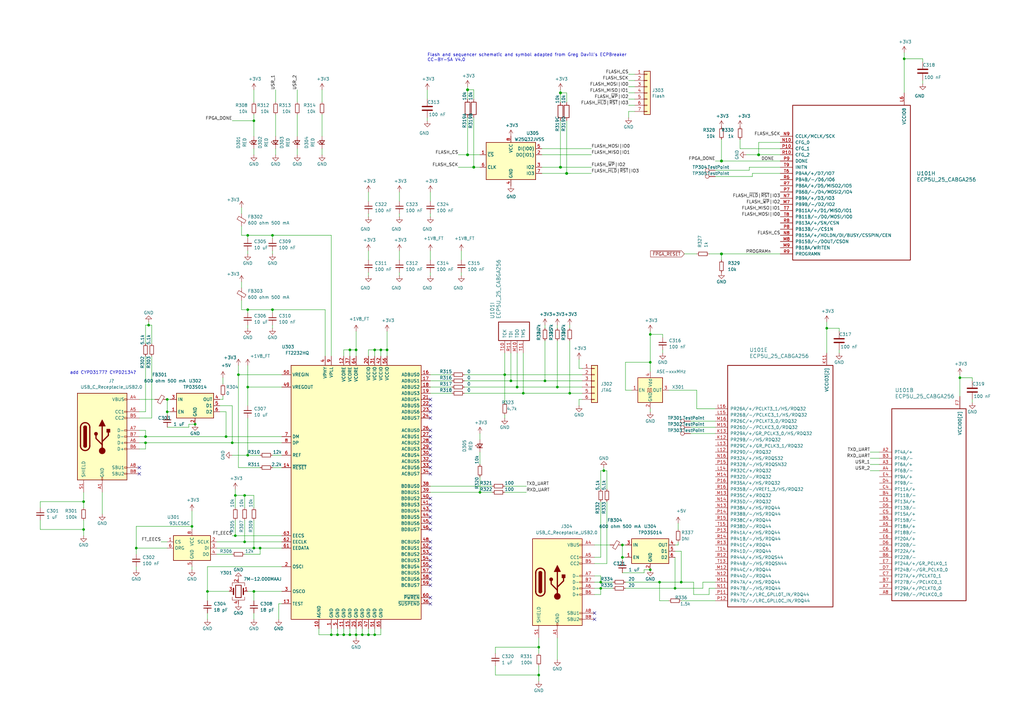
<source format=kicad_sch>
(kicad_sch (version 20201015) (generator eeschema)
  (paper "A3")
  (junction (at 34.29 205.74) (diameter 0.9144))
  (junction (at 34.29 217.17) (diameter 0.9144))
  (junction (at 55.88 224.79) (diameter 0.9144))
  (junction (at 59.69 179.07) (diameter 0.9144))
  (junction (at 59.69 181.61) (diameter 0.9144))
  (junction (at 60.96 133.35) (diameter 0.9144))
  (junction (at 68.58 163.83) (diameter 0.9144))
  (junction (at 68.58 168.91) (diameter 0.9144))
  (junction (at 78.74 215.9) (diameter 0.9144))
  (junction (at 80.01 173.99) (diameter 0.9144))
  (junction (at 85.09 242.57) (diameter 0.9144))
  (junction (at 92.71 179.07) (diameter 0.9144))
  (junction (at 95.25 181.61) (diameter 0.9144))
  (junction (at 96.52 203.2) (diameter 0.9144))
  (junction (at 96.52 219.71) (diameter 0.9144))
  (junction (at 97.79 153.67) (diameter 0.9144))
  (junction (at 100.33 203.2) (diameter 0.9144))
  (junction (at 100.33 222.25) (diameter 0.9144))
  (junction (at 101.6 96.52) (diameter 0.9144))
  (junction (at 101.6 127) (diameter 0.9144))
  (junction (at 101.6 158.75) (diameter 0.9144))
  (junction (at 101.6 186.69) (diameter 0.9144))
  (junction (at 104.14 49.53) (diameter 0.9144))
  (junction (at 104.14 224.79) (diameter 0.9144))
  (junction (at 104.14 242.57) (diameter 0.9144))
  (junction (at 106.68 224.79) (diameter 0.9144))
  (junction (at 111.76 96.52) (diameter 0.9144))
  (junction (at 111.76 127) (diameter 0.9144))
  (junction (at 135.89 260.35) (diameter 0.9144))
  (junction (at 138.43 260.35) (diameter 0.9144))
  (junction (at 140.97 260.35) (diameter 0.9144))
  (junction (at 143.51 143.51) (diameter 0.9144))
  (junction (at 143.51 260.35) (diameter 0.9144))
  (junction (at 146.05 143.51) (diameter 0.9144))
  (junction (at 146.05 260.35) (diameter 0.9144))
  (junction (at 148.59 260.35) (diameter 0.9144))
  (junction (at 151.13 260.35) (diameter 0.9144))
  (junction (at 153.67 143.51) (diameter 0.9144))
  (junction (at 153.67 260.35) (diameter 0.9144))
  (junction (at 156.21 143.51) (diameter 0.9144))
  (junction (at 158.75 143.51) (diameter 0.9144))
  (junction (at 191.77 36.83) (diameter 1.016))
  (junction (at 191.77 63.5) (diameter 1.016))
  (junction (at 194.31 68.58) (diameter 1.016))
  (junction (at 196.85 201.93) (diameter 0.9144))
  (junction (at 207.01 153.67) (diameter 0.9144))
  (junction (at 209.55 156.21) (diameter 0.9144))
  (junction (at 212.09 158.75) (diameter 0.9144))
  (junction (at 214.63 161.29) (diameter 0.9144))
  (junction (at 220.98 265.43) (diameter 0.9144))
  (junction (at 220.98 276.86) (diameter 0.9144))
  (junction (at 223.52 156.21) (diameter 0.9144))
  (junction (at 228.6 158.75) (diameter 0.9144))
  (junction (at 229.87 38.1) (diameter 1.016))
  (junction (at 229.87 68.58) (diameter 1.016))
  (junction (at 232.41 71.12) (diameter 1.016))
  (junction (at 233.68 161.29) (diameter 0.9144))
  (junction (at 246.38 238.76) (diameter 0.9144))
  (junction (at 246.38 241.3) (diameter 0.9144))
  (junction (at 247.65 193.04) (diameter 0.9144))
  (junction (at 255.27 223.52) (diameter 0.9144))
  (junction (at 255.27 228.6) (diameter 0.9144))
  (junction (at 266.7 137.16) (diameter 0.9144))
  (junction (at 266.7 148.59) (diameter 0.9144))
  (junction (at 266.7 233.68) (diameter 0.9144))
  (junction (at 270.51 238.76) (diameter 0.9144))
  (junction (at 276.86 241.3) (diameter 0.9144))
  (junction (at 279.4 238.76) (diameter 0.9144))
  (junction (at 295.91 66.04) (diameter 1.016))
  (junction (at 295.91 104.14) (diameter 1.016))
  (junction (at 311.15 63.5) (diameter 1.016))
  (junction (at 339.09 134.62) (diameter 0.9144))
  (junction (at 370.84 24.13) (diameter 0.9144))
  (junction (at 393.7 154.94) (diameter 0.9144))
  (no_connect (at 57.15 191.77))
  (no_connect (at 57.15 194.31))
  (no_connect (at 176.53 163.83))
  (no_connect (at 176.53 166.37))
  (no_connect (at 176.53 168.91))
  (no_connect (at 176.53 171.45))
  (no_connect (at 176.53 176.53))
  (no_connect (at 176.53 179.07))
  (no_connect (at 176.53 181.61))
  (no_connect (at 176.53 184.15))
  (no_connect (at 176.53 186.69))
  (no_connect (at 176.53 189.23))
  (no_connect (at 176.53 191.77))
  (no_connect (at 176.53 194.31))
  (no_connect (at 176.53 204.47))
  (no_connect (at 176.53 207.01))
  (no_connect (at 176.53 209.55))
  (no_connect (at 176.53 212.09))
  (no_connect (at 176.53 214.63))
  (no_connect (at 176.53 217.17))
  (no_connect (at 176.53 222.25))
  (no_connect (at 176.53 224.79))
  (no_connect (at 176.53 227.33))
  (no_connect (at 176.53 229.87))
  (no_connect (at 176.53 232.41))
  (no_connect (at 176.53 234.95))
  (no_connect (at 176.53 237.49))
  (no_connect (at 176.53 240.03))
  (no_connect (at 176.53 245.11))
  (no_connect (at 176.53 247.65))
  (no_connect (at 243.84 251.46))
  (no_connect (at 243.84 254))
  (wire (pts (xy 16.51 205.74) (xy 16.51 208.28)))
  (wire (pts (xy 16.51 205.74) (xy 34.29 205.74)))
  (wire (pts (xy 16.51 213.36) (xy 16.51 217.17)))
  (wire (pts (xy 16.51 217.17) (xy 34.29 217.17)))
  (wire (pts (xy 34.29 205.74) (xy 34.29 201.93)))
  (wire (pts (xy 34.29 205.74) (xy 34.29 208.28)))
  (wire (pts (xy 34.29 217.17) (xy 34.29 213.36)))
  (wire (pts (xy 34.29 217.17) (xy 34.29 219.71)))
  (wire (pts (xy 41.91 201.93) (xy 41.91 210.82)))
  (wire (pts (xy 55.88 215.9) (xy 78.74 215.9)))
  (wire (pts (xy 55.88 224.79) (xy 55.88 215.9)))
  (wire (pts (xy 55.88 224.79) (xy 55.88 227.33)))
  (wire (pts (xy 55.88 232.41) (xy 55.88 233.68)))
  (wire (pts (xy 57.15 163.83) (xy 63.5 163.83)))
  (wire (pts (xy 57.15 168.91) (xy 59.69 168.91)))
  (wire (pts (xy 57.15 171.45) (xy 62.23 171.45)))
  (wire (pts (xy 57.15 176.53) (xy 59.69 176.53)))
  (wire (pts (xy 57.15 181.61) (xy 59.69 181.61)))
  (wire (pts (xy 59.69 133.35) (xy 59.69 140.97)))
  (wire (pts (xy 59.69 146.05) (xy 59.69 168.91)))
  (wire (pts (xy 59.69 176.53) (xy 59.69 179.07)))
  (wire (pts (xy 59.69 179.07) (xy 57.15 179.07)))
  (wire (pts (xy 59.69 179.07) (xy 92.71 179.07)))
  (wire (pts (xy 59.69 181.61) (xy 59.69 184.15)))
  (wire (pts (xy 59.69 181.61) (xy 95.25 181.61)))
  (wire (pts (xy 59.69 184.15) (xy 57.15 184.15)))
  (wire (pts (xy 60.96 132.08) (xy 60.96 133.35)))
  (wire (pts (xy 60.96 133.35) (xy 59.69 133.35)))
  (wire (pts (xy 60.96 133.35) (xy 62.23 133.35)))
  (wire (pts (xy 62.23 133.35) (xy 62.23 140.97)))
  (wire (pts (xy 62.23 146.05) (xy 62.23 171.45)))
  (wire (pts (xy 66.04 222.25) (xy 68.58 222.25)))
  (wire (pts (xy 68.58 163.83) (xy 69.85 163.83)))
  (wire (pts (xy 68.58 168.91) (xy 68.58 163.83)))
  (wire (pts (xy 68.58 168.91) (xy 68.58 170.18)))
  (wire (pts (xy 68.58 175.26) (xy 77.47 175.26)))
  (wire (pts (xy 68.58 224.79) (xy 55.88 224.79)))
  (wire (pts (xy 69.85 168.91) (xy 68.58 168.91)))
  (wire (pts (xy 77.47 173.99) (xy 80.01 173.99)))
  (wire (pts (xy 77.47 175.26) (xy 77.47 173.99)))
  (wire (pts (xy 78.74 209.55) (xy 78.74 215.9)))
  (wire (pts (xy 78.74 215.9) (xy 78.74 217.17)))
  (wire (pts (xy 78.74 232.41) (xy 78.74 233.68)))
  (wire (pts (xy 85.09 232.41) (xy 85.09 242.57)))
  (wire (pts (xy 85.09 242.57) (xy 85.09 246.38)))
  (wire (pts (xy 85.09 242.57) (xy 93.98 242.57)))
  (wire (pts (xy 85.09 251.46) (xy 85.09 254)))
  (wire (pts (xy 88.9 222.25) (xy 100.33 222.25)))
  (wire (pts (xy 88.9 224.79) (xy 104.14 224.79)))
  (wire (pts (xy 88.9 227.33) (xy 95.25 227.33)))
  (wire (pts (xy 90.17 166.37) (xy 95.25 166.37)))
  (wire (pts (xy 90.17 168.91) (xy 92.71 168.91)))
  (wire (pts (xy 91.44 154.94) (xy 91.44 157.48)))
  (wire (pts (xy 91.44 162.56) (xy 91.44 163.83)))
  (wire (pts (xy 91.44 163.83) (xy 90.17 163.83)))
  (wire (pts (xy 92.71 168.91) (xy 92.71 179.07)))
  (wire (pts (xy 92.71 179.07) (xy 115.57 179.07)))
  (wire (pts (xy 95.25 49.53) (xy 104.14 49.53)))
  (wire (pts (xy 95.25 166.37) (xy 95.25 181.61)))
  (wire (pts (xy 95.25 181.61) (xy 115.57 181.61)))
  (wire (pts (xy 95.25 186.69) (xy 101.6 186.69)))
  (wire (pts (xy 95.25 219.71) (xy 96.52 219.71)))
  (wire (pts (xy 96.52 200.66) (xy 96.52 203.2)))
  (wire (pts (xy 96.52 203.2) (xy 96.52 208.28)))
  (wire (pts (xy 96.52 203.2) (xy 100.33 203.2)))
  (wire (pts (xy 96.52 213.36) (xy 96.52 219.71)))
  (wire (pts (xy 96.52 219.71) (xy 115.57 219.71)))
  (wire (pts (xy 97.79 149.86) (xy 97.79 153.67)))
  (wire (pts (xy 97.79 153.67) (xy 115.57 153.67)))
  (wire (pts (xy 97.79 191.77) (xy 97.79 153.67)))
  (wire (pts (xy 99.06 85.09) (xy 99.06 87.63)))
  (wire (pts (xy 99.06 92.71) (xy 99.06 96.52)))
  (wire (pts (xy 99.06 96.52) (xy 101.6 96.52)))
  (wire (pts (xy 99.06 115.57) (xy 99.06 118.11)))
  (wire (pts (xy 99.06 123.19) (xy 99.06 127)))
  (wire (pts (xy 99.06 127) (xy 101.6 127)))
  (wire (pts (xy 100.33 203.2) (xy 100.33 208.28)))
  (wire (pts (xy 100.33 203.2) (xy 104.14 203.2)))
  (wire (pts (xy 100.33 213.36) (xy 100.33 222.25)))
  (wire (pts (xy 100.33 222.25) (xy 115.57 222.25)))
  (wire (pts (xy 100.33 227.33) (xy 106.68 227.33)))
  (wire (pts (xy 101.6 96.52) (xy 101.6 97.79)))
  (wire (pts (xy 101.6 96.52) (xy 111.76 96.52)))
  (wire (pts (xy 101.6 102.87) (xy 101.6 104.14)))
  (wire (pts (xy 101.6 127) (xy 101.6 128.27)))
  (wire (pts (xy 101.6 127) (xy 111.76 127)))
  (wire (pts (xy 101.6 133.35) (xy 101.6 134.62)))
  (wire (pts (xy 101.6 149.86) (xy 101.6 158.75)))
  (wire (pts (xy 101.6 158.75) (xy 101.6 166.37)))
  (wire (pts (xy 101.6 171.45) (xy 101.6 186.69)))
  (wire (pts (xy 101.6 186.69) (xy 106.68 186.69)))
  (wire (pts (xy 101.6 242.57) (xy 104.14 242.57)))
  (wire (pts (xy 104.14 36.83) (xy 104.14 41.91)))
  (wire (pts (xy 104.14 46.99) (xy 104.14 49.53)))
  (wire (pts (xy 104.14 49.53) (xy 104.14 55.88)))
  (wire (pts (xy 104.14 60.96) (xy 104.14 63.5)))
  (wire (pts (xy 104.14 203.2) (xy 104.14 208.28)))
  (wire (pts (xy 104.14 213.36) (xy 104.14 224.79)))
  (wire (pts (xy 104.14 224.79) (xy 106.68 224.79)))
  (wire (pts (xy 104.14 242.57) (xy 104.14 246.38)))
  (wire (pts (xy 104.14 242.57) (xy 115.57 242.57)))
  (wire (pts (xy 104.14 251.46) (xy 104.14 254)))
  (wire (pts (xy 106.68 191.77) (xy 97.79 191.77)))
  (wire (pts (xy 106.68 224.79) (xy 115.57 224.79)))
  (wire (pts (xy 106.68 227.33) (xy 106.68 224.79)))
  (wire (pts (xy 111.76 96.52) (xy 111.76 97.79)))
  (wire (pts (xy 111.76 96.52) (xy 135.89 96.52)))
  (wire (pts (xy 111.76 102.87) (xy 111.76 104.14)))
  (wire (pts (xy 111.76 127) (xy 111.76 128.27)))
  (wire (pts (xy 111.76 127) (xy 133.35 127)))
  (wire (pts (xy 111.76 133.35) (xy 111.76 134.62)))
  (wire (pts (xy 111.76 186.69) (xy 115.57 186.69)))
  (wire (pts (xy 111.76 191.77) (xy 115.57 191.77)))
  (wire (pts (xy 113.03 36.83) (xy 113.03 41.91)))
  (wire (pts (xy 113.03 46.99) (xy 113.03 55.88)))
  (wire (pts (xy 113.03 60.96) (xy 113.03 63.5)))
  (wire (pts (xy 114.3 247.65) (xy 114.3 254)))
  (wire (pts (xy 115.57 158.75) (xy 101.6 158.75)))
  (wire (pts (xy 115.57 232.41) (xy 85.09 232.41)))
  (wire (pts (xy 115.57 247.65) (xy 114.3 247.65)))
  (wire (pts (xy 121.92 36.83) (xy 121.92 41.91)))
  (wire (pts (xy 121.92 46.99) (xy 121.92 55.88)))
  (wire (pts (xy 121.92 60.96) (xy 121.92 63.5)))
  (wire (pts (xy 130.81 257.81) (xy 130.81 260.35)))
  (wire (pts (xy 130.81 260.35) (xy 135.89 260.35)))
  (wire (pts (xy 132.08 36.83) (xy 132.08 41.91)))
  (wire (pts (xy 132.08 46.99) (xy 132.08 55.88)))
  (wire (pts (xy 132.08 60.96) (xy 132.08 63.5)))
  (wire (pts (xy 133.35 127) (xy 133.35 146.05)))
  (wire (pts (xy 135.89 96.52) (xy 135.89 146.05)))
  (wire (pts (xy 135.89 257.81) (xy 135.89 260.35)))
  (wire (pts (xy 135.89 260.35) (xy 138.43 260.35)))
  (wire (pts (xy 138.43 257.81) (xy 138.43 260.35)))
  (wire (pts (xy 138.43 260.35) (xy 140.97 260.35)))
  (wire (pts (xy 140.97 143.51) (xy 140.97 146.05)))
  (wire (pts (xy 140.97 257.81) (xy 140.97 260.35)))
  (wire (pts (xy 140.97 260.35) (xy 143.51 260.35)))
  (wire (pts (xy 143.51 143.51) (xy 140.97 143.51)))
  (wire (pts (xy 143.51 143.51) (xy 143.51 146.05)))
  (wire (pts (xy 143.51 257.81) (xy 143.51 260.35)))
  (wire (pts (xy 143.51 260.35) (xy 146.05 260.35)))
  (wire (pts (xy 146.05 135.89) (xy 146.05 143.51)))
  (wire (pts (xy 146.05 143.51) (xy 143.51 143.51)))
  (wire (pts (xy 146.05 143.51) (xy 146.05 146.05)))
  (wire (pts (xy 146.05 257.81) (xy 146.05 260.35)))
  (wire (pts (xy 146.05 260.35) (xy 146.05 261.62)))
  (wire (pts (xy 148.59 257.81) (xy 148.59 260.35)))
  (wire (pts (xy 148.59 260.35) (xy 146.05 260.35)))
  (wire (pts (xy 151.13 78.74) (xy 151.13 82.55)))
  (wire (pts (xy 151.13 87.63) (xy 151.13 88.9)))
  (wire (pts (xy 151.13 102.87) (xy 151.13 106.68)))
  (wire (pts (xy 151.13 111.76) (xy 151.13 113.03)))
  (wire (pts (xy 151.13 143.51) (xy 153.67 143.51)))
  (wire (pts (xy 151.13 146.05) (xy 151.13 143.51)))
  (wire (pts (xy 151.13 257.81) (xy 151.13 260.35)))
  (wire (pts (xy 151.13 260.35) (xy 148.59 260.35)))
  (wire (pts (xy 153.67 143.51) (xy 153.67 146.05)))
  (wire (pts (xy 153.67 143.51) (xy 156.21 143.51)))
  (wire (pts (xy 153.67 257.81) (xy 153.67 260.35)))
  (wire (pts (xy 153.67 260.35) (xy 151.13 260.35)))
  (wire (pts (xy 156.21 143.51) (xy 156.21 146.05)))
  (wire (pts (xy 156.21 143.51) (xy 158.75 143.51)))
  (wire (pts (xy 156.21 257.81) (xy 156.21 260.35)))
  (wire (pts (xy 156.21 260.35) (xy 153.67 260.35)))
  (wire (pts (xy 158.75 135.89) (xy 158.75 143.51)))
  (wire (pts (xy 158.75 143.51) (xy 158.75 146.05)))
  (wire (pts (xy 163.83 78.74) (xy 163.83 82.55)))
  (wire (pts (xy 163.83 87.63) (xy 163.83 88.9)))
  (wire (pts (xy 163.83 102.87) (xy 163.83 106.68)))
  (wire (pts (xy 163.83 111.76) (xy 163.83 113.03)))
  (wire (pts (xy 175.26 36.83) (xy 175.26 40.64)))
  (wire (pts (xy 175.26 48.26) (xy 175.26 49.53)))
  (wire (pts (xy 176.53 78.74) (xy 176.53 82.55)))
  (wire (pts (xy 176.53 87.63) (xy 176.53 88.9)))
  (wire (pts (xy 176.53 102.87) (xy 176.53 106.68)))
  (wire (pts (xy 176.53 111.76) (xy 176.53 113.03)))
  (wire (pts (xy 176.53 153.67) (xy 185.42 153.67)))
  (wire (pts (xy 176.53 156.21) (xy 185.42 156.21)))
  (wire (pts (xy 176.53 158.75) (xy 185.42 158.75)))
  (wire (pts (xy 176.53 161.29) (xy 185.42 161.29)))
  (wire (pts (xy 176.53 199.39) (xy 201.93 199.39)))
  (wire (pts (xy 176.53 201.93) (xy 196.85 201.93)))
  (wire (pts (xy 187.96 63.5) (xy 191.77 63.5)))
  (wire (pts (xy 187.96 68.58) (xy 194.31 68.58)))
  (wire (pts (xy 189.23 102.87) (xy 189.23 106.68)))
  (wire (pts (xy 189.23 111.76) (xy 189.23 113.03)))
  (wire (pts (xy 190.5 153.67) (xy 207.01 153.67)))
  (wire (pts (xy 190.5 156.21) (xy 209.55 156.21)))
  (wire (pts (xy 190.5 158.75) (xy 212.09 158.75)))
  (wire (pts (xy 190.5 161.29) (xy 214.63 161.29)))
  (wire (pts (xy 191.77 35.56) (xy 191.77 36.83)))
  (wire (pts (xy 191.77 36.83) (xy 191.77 40.64)))
  (wire (pts (xy 191.77 48.26) (xy 191.77 63.5)))
  (wire (pts (xy 191.77 63.5) (xy 196.85 63.5)))
  (wire (pts (xy 194.31 36.83) (xy 191.77 36.83)))
  (wire (pts (xy 194.31 36.83) (xy 194.31 40.64)))
  (wire (pts (xy 194.31 48.26) (xy 194.31 68.58)))
  (wire (pts (xy 194.31 68.58) (xy 196.85 68.58)))
  (wire (pts (xy 196.85 177.8) (xy 196.85 180.34)))
  (wire (pts (xy 196.85 185.42) (xy 196.85 190.5)))
  (wire (pts (xy 196.85 201.93) (xy 196.85 195.58)))
  (wire (pts (xy 196.85 201.93) (xy 201.93 201.93)))
  (wire (pts (xy 203.2 265.43) (xy 203.2 267.97)))
  (wire (pts (xy 203.2 265.43) (xy 220.98 265.43)))
  (wire (pts (xy 203.2 273.05) (xy 203.2 276.86)))
  (wire (pts (xy 203.2 276.86) (xy 220.98 276.86)))
  (wire (pts (xy 207.01 153.67) (xy 207.01 144.78)))
  (wire (pts (xy 207.01 153.67) (xy 207.01 165.1)))
  (wire (pts (xy 207.01 153.67) (xy 238.76 153.67)))
  (wire (pts (xy 207.01 170.18) (xy 207.01 171.45)))
  (wire (pts (xy 207.01 199.39) (xy 215.9 199.39)))
  (wire (pts (xy 207.01 201.93) (xy 215.9 201.93)))
  (wire (pts (xy 209.55 156.21) (xy 209.55 144.78)))
  (wire (pts (xy 209.55 156.21) (xy 223.52 156.21)))
  (wire (pts (xy 212.09 158.75) (xy 212.09 144.78)))
  (wire (pts (xy 212.09 158.75) (xy 228.6 158.75)))
  (wire (pts (xy 214.63 161.29) (xy 214.63 144.78)))
  (wire (pts (xy 214.63 161.29) (xy 233.68 161.29)))
  (wire (pts (xy 220.98 265.43) (xy 220.98 261.62)))
  (wire (pts (xy 220.98 265.43) (xy 220.98 267.97)))
  (wire (pts (xy 220.98 276.86) (xy 220.98 273.05)))
  (wire (pts (xy 220.98 276.86) (xy 220.98 279.4)))
  (wire (pts (xy 222.25 60.96) (xy 242.57 60.96)))
  (wire (pts (xy 222.25 63.5) (xy 242.57 63.5)))
  (wire (pts (xy 222.25 68.58) (xy 229.87 68.58)))
  (wire (pts (xy 222.25 71.12) (xy 232.41 71.12)))
  (wire (pts (xy 223.52 134.62) (xy 223.52 133.35)))
  (wire (pts (xy 223.52 139.7) (xy 223.52 156.21)))
  (wire (pts (xy 223.52 156.21) (xy 238.76 156.21)))
  (wire (pts (xy 228.6 133.35) (xy 228.6 134.62)))
  (wire (pts (xy 228.6 139.7) (xy 228.6 158.75)))
  (wire (pts (xy 228.6 158.75) (xy 238.76 158.75)))
  (wire (pts (xy 228.6 261.62) (xy 228.6 270.51)))
  (wire (pts (xy 229.87 36.83) (xy 229.87 38.1)))
  (wire (pts (xy 229.87 38.1) (xy 229.87 41.91)))
  (wire (pts (xy 229.87 38.1) (xy 232.41 38.1)))
  (wire (pts (xy 229.87 49.53) (xy 229.87 68.58)))
  (wire (pts (xy 229.87 68.58) (xy 242.57 68.58)))
  (wire (pts (xy 232.41 38.1) (xy 232.41 41.91)))
  (wire (pts (xy 232.41 49.53) (xy 232.41 71.12)))
  (wire (pts (xy 232.41 71.12) (xy 242.57 71.12)))
  (wire (pts (xy 233.68 133.35) (xy 233.68 134.62)))
  (wire (pts (xy 233.68 139.7) (xy 233.68 161.29)))
  (wire (pts (xy 233.68 161.29) (xy 238.76 161.29)))
  (wire (pts (xy 237.49 147.32) (xy 237.49 151.13)))
  (wire (pts (xy 237.49 151.13) (xy 238.76 151.13)))
  (wire (pts (xy 237.49 163.83) (xy 237.49 166.37)))
  (wire (pts (xy 238.76 163.83) (xy 237.49 163.83)))
  (wire (pts (xy 243.84 223.52) (xy 250.19 223.52)))
  (wire (pts (xy 243.84 228.6) (xy 246.38 228.6)))
  (wire (pts (xy 243.84 231.14) (xy 248.92 231.14)))
  (wire (pts (xy 243.84 236.22) (xy 246.38 236.22)))
  (wire (pts (xy 243.84 241.3) (xy 246.38 241.3)))
  (wire (pts (xy 246.38 193.04) (xy 246.38 200.66)))
  (wire (pts (xy 246.38 205.74) (xy 246.38 228.6)))
  (wire (pts (xy 246.38 236.22) (xy 246.38 238.76)))
  (wire (pts (xy 246.38 238.76) (xy 243.84 238.76)))
  (wire (pts (xy 246.38 238.76) (xy 251.46 238.76)))
  (wire (pts (xy 246.38 241.3) (xy 246.38 243.84)))
  (wire (pts (xy 246.38 241.3) (xy 251.46 241.3)))
  (wire (pts (xy 246.38 243.84) (xy 243.84 243.84)))
  (wire (pts (xy 247.65 191.77) (xy 247.65 193.04)))
  (wire (pts (xy 247.65 193.04) (xy 246.38 193.04)))
  (wire (pts (xy 247.65 193.04) (xy 248.92 193.04)))
  (wire (pts (xy 248.92 193.04) (xy 248.92 200.66)))
  (wire (pts (xy 248.92 205.74) (xy 248.92 231.14)))
  (wire (pts (xy 255.27 223.52) (xy 256.54 223.52)))
  (wire (pts (xy 255.27 228.6) (xy 255.27 223.52)))
  (wire (pts (xy 255.27 228.6) (xy 255.27 229.87)))
  (wire (pts (xy 255.27 234.95) (xy 264.16 234.95)))
  (wire (pts (xy 256.54 148.59) (xy 266.7 148.59)))
  (wire (pts (xy 256.54 160.02) (xy 256.54 148.59)))
  (wire (pts (xy 256.54 228.6) (xy 255.27 228.6)))
  (wire (pts (xy 256.54 238.76) (xy 270.51 238.76)))
  (wire (pts (xy 256.54 241.3) (xy 276.86 241.3)))
  (wire (pts (xy 257.81 33.02) (xy 260.35 33.02)))
  (wire (pts (xy 257.81 35.56) (xy 260.35 35.56)))
  (wire (pts (xy 257.81 38.1) (xy 260.35 38.1)))
  (wire (pts (xy 257.81 40.64) (xy 260.35 40.64)))
  (wire (pts (xy 257.81 43.18) (xy 260.35 43.18)))
  (wire (pts (xy 257.81 45.72) (xy 257.81 48.26)))
  (wire (pts (xy 259.08 160.02) (xy 256.54 160.02)))
  (wire (pts (xy 260.35 30.48) (xy 257.81 30.48)))
  (wire (pts (xy 260.35 45.72) (xy 257.81 45.72)))
  (wire (pts (xy 264.16 233.68) (xy 266.7 233.68)))
  (wire (pts (xy 264.16 234.95) (xy 264.16 233.68)))
  (wire (pts (xy 266.7 135.89) (xy 266.7 137.16)))
  (wire (pts (xy 266.7 137.16) (xy 266.7 148.59)))
  (wire (pts (xy 266.7 137.16) (xy 271.78 137.16)))
  (wire (pts (xy 266.7 148.59) (xy 266.7 152.4)))
  (wire (pts (xy 266.7 167.64) (xy 266.7 168.91)))
  (wire (pts (xy 270.51 238.76) (xy 279.4 238.76)))
  (wire (pts (xy 270.51 246.38) (xy 270.51 238.76)))
  (wire (pts (xy 271.78 137.16) (xy 271.78 138.43)))
  (wire (pts (xy 271.78 143.51) (xy 271.78 144.78)))
  (wire (pts (xy 274.32 160.02) (xy 285.75 160.02)))
  (wire (pts (xy 274.32 246.38) (xy 270.51 246.38)))
  (wire (pts (xy 276.86 226.06) (xy 279.4 226.06)))
  (wire (pts (xy 276.86 228.6) (xy 276.86 241.3)))
  (wire (pts (xy 276.86 241.3) (xy 288.29 241.3)))
  (wire (pts (xy 278.13 214.63) (xy 278.13 217.17)))
  (wire (pts (xy 278.13 222.25) (xy 278.13 223.52)))
  (wire (pts (xy 278.13 223.52) (xy 276.86 223.52)))
  (wire (pts (xy 279.4 226.06) (xy 279.4 238.76)))
  (wire (pts (xy 279.4 238.76) (xy 284.48 238.76)))
  (wire (pts (xy 279.4 246.38) (xy 293.37 246.38)))
  (wire (pts (xy 280.67 104.14) (xy 285.75 104.14)))
  (wire (pts (xy 283.21 172.72) (xy 293.37 172.72)))
  (wire (pts (xy 283.21 175.26) (xy 293.37 175.26)))
  (wire (pts (xy 283.21 177.8) (xy 293.37 177.8)))
  (wire (pts (xy 284.48 238.76) (xy 284.48 243.84)))
  (wire (pts (xy 284.48 243.84) (xy 290.83 243.84)))
  (wire (pts (xy 285.75 160.02) (xy 285.75 167.64)))
  (wire (pts (xy 285.75 167.64) (xy 293.37 167.64)))
  (wire (pts (xy 288.29 238.76) (xy 293.37 238.76)))
  (wire (pts (xy 288.29 241.3) (xy 288.29 238.76)))
  (wire (pts (xy 290.83 104.14) (xy 295.91 104.14)))
  (wire (pts (xy 290.83 241.3) (xy 290.83 243.84)))
  (wire (pts (xy 293.37 66.04) (xy 295.91 66.04)))
  (wire (pts (xy 293.37 69.85) (xy 307.34 69.85)))
  (wire (pts (xy 293.37 72.39) (xy 308.61 72.39)))
  (wire (pts (xy 293.37 241.3) (xy 290.83 241.3)))
  (wire (pts (xy 295.91 57.15) (xy 295.91 66.04)))
  (wire (pts (xy 295.91 66.04) (xy 320.04 66.04)))
  (wire (pts (xy 295.91 104.14) (xy 320.04 104.14)))
  (wire (pts (xy 295.91 106.68) (xy 295.91 104.14)))
  (wire (pts (xy 303.53 57.15) (xy 303.53 60.96)))
  (wire (pts (xy 303.53 60.96) (xy 320.04 60.96)))
  (wire (pts (xy 306.07 63.5) (xy 311.15 63.5)))
  (wire (pts (xy 307.34 68.58) (xy 320.04 68.58)))
  (wire (pts (xy 307.34 69.85) (xy 307.34 68.58)))
  (wire (pts (xy 308.61 71.12) (xy 320.04 71.12)))
  (wire (pts (xy 308.61 72.39) (xy 308.61 71.12)))
  (wire (pts (xy 311.15 58.42) (xy 311.15 63.5)))
  (wire (pts (xy 311.15 63.5) (xy 320.04 63.5)))
  (wire (pts (xy 320.04 58.42) (xy 311.15 58.42)))
  (wire (pts (xy 339.09 132.08) (xy 339.09 134.62)))
  (wire (pts (xy 339.09 134.62) (xy 339.09 144.78)))
  (wire (pts (xy 339.09 134.62) (xy 344.17 134.62)))
  (wire (pts (xy 344.17 134.62) (xy 344.17 135.89)))
  (wire (pts (xy 344.17 143.51) (xy 344.17 144.78)))
  (wire (pts (xy 356.87 185.42) (xy 360.68 185.42)))
  (wire (pts (xy 356.87 187.96) (xy 360.68 187.96)))
  (wire (pts (xy 356.87 190.5) (xy 360.68 190.5)))
  (wire (pts (xy 356.87 193.04) (xy 360.68 193.04)))
  (wire (pts (xy 370.84 21.59) (xy 370.84 24.13)))
  (wire (pts (xy 370.84 24.13) (xy 370.84 38.1)))
  (wire (pts (xy 370.84 24.13) (xy 378.46 24.13)))
  (wire (pts (xy 378.46 24.13) (xy 378.46 25.4)))
  (wire (pts (xy 378.46 33.02) (xy 378.46 34.29)))
  (wire (pts (xy 393.7 153.67) (xy 393.7 154.94)))
  (wire (pts (xy 393.7 154.94) (xy 393.7 162.56)))
  (wire (pts (xy 393.7 154.94) (xy 398.78 154.94)))
  (wire (pts (xy 398.78 154.94) (xy 398.78 156.21)))
  (wire (pts (xy 398.78 163.83) (xy 398.78 165.1)))
  (text "add CYPD3177? CYPD2134?" (at 55.88 153.67 180) (effects (font (size 1.27 1.27)) (justify right bottom)))
  (text "Flash and sequencer schematic and symbol adapted from Greg Davill's ECPBreaker\nCC-BY-SA V4.0" (at 175.26 25.4 0) (effects (font (size 1.27 1.27)) (justify left bottom)))
  (label "FT_EECS" (at 66.04 222.25 180))
  (label "FPGA_DONE" (at 95.25 49.53 180))
  (label "FT_EECS" (at 95.25 219.71 180))
  (label "USR_1" (at 113.03 36.83 90))
  (label "USR_2" (at 121.92 36.83 90))
  (label "FLASH_CS" (at 187.96 63.5 180))
  (label "FLASH_SCK" (at 187.96 68.58 180))
  (label "TXD_UART" (at 215.9 199.39 0))
  (label "RXD_UART" (at 215.9 201.93 0))
  (label "FLASH_MOSI|IO0" (at 242.57 60.96 0))
  (label "FLASH_MISO|IO1" (at 242.57 63.5 0))
  (label "FLASH_~WP~|IO2" (at 242.57 68.58 0))
  (label "FLASH_~HLD~|~RST~|IO3" (at 242.57 71.12 0))
  (label "FLASH_CS" (at 257.81 30.48 180))
  (label "FLASH_SCK" (at 257.81 33.02 180))
  (label "FLASH_MOSI|IO0" (at 257.81 35.56 180))
  (label "FLASH_MISO|IO1" (at 257.81 38.1 180))
  (label "FLASH_~WP~|IO2" (at 257.81 40.64 180))
  (label "FLASH_~HLD~|~RST~|IO3" (at 257.81 43.18 180))
  (label "FPGA_DONE" (at 293.37 66.04 180))
  (label "PROGRAMn" (at 316.23 104.14 180))
  (label "DONE" (at 317.5 66.04 180))
  (label "FLASH_SCK" (at 320.04 55.88 180))
  (label "FLASH_~HLD~|~RST~|IO3" (at 320.04 81.28 180))
  (label "FLASH_~WP~|IO2" (at 320.04 83.82 180))
  (label "FLASH_MISO|IO1" (at 320.04 86.36 180))
  (label "FLASH_MOSI|IO0" (at 320.04 88.9 180))
  (label "FLASH_CS" (at 320.04 96.52 180))
  (label "TXD_UART" (at 356.87 185.42 180))
  (label "RXD_UART" (at 356.87 187.96 180))
  (label "USR_1" (at 356.87 190.5 180))
  (label "USR_2" (at 356.87 193.04 180))
  (global_label "~FPGA_RESET" (shape input) (at 280.67 104.14 180) (property "Intersheet References" "${INTERSHEET_REFS}" (effects hide)))
  (symbol (lib_id "Connector:TestPoint") (at 283.21 172.72 90) (unit 1)
    (property "Reference" "TP301" (at 276.86 171.45 90))
    (property "Value" "TestPoint" (at 284.48 171.45 90))
    (property "Footprint" "TestPoint:TestPoint_Pad_D1.5mm" (effects hide))
  )
  (symbol (lib_id "Connector:TestPoint") (at 283.21 175.26 90) (unit 1)
    (property "Reference" "TP302" (at 276.86 173.99 90))
    (property "Value" "TestPoint" (at 284.48 173.99 90))
    (property "Footprint" "TestPoint:TestPoint_Pad_D1.5mm" (effects hide))
  )
  (symbol (lib_id "Connector:TestPoint") (at 283.21 177.8 90) (unit 1)
    (property "Reference" "TP303" (at 276.86 176.53 90))
    (property "Value" "TestPoint" (at 284.48 176.53 90))
    (property "Footprint" "TestPoint:TestPoint_Pad_D1.5mm" (effects hide))
  )
  (symbol (lib_id "Connector:TestPoint") (at 293.37 69.85 90) (unit 1)
    (property "Reference" "TP304" (at 287.02 68.58 90))
    (property "Value" "TestPoint" (at 294.64 68.58 90))
    (property "Footprint" "TestPoint:TestPoint_Pad_D1.5mm" (effects hide))
  )
  (symbol (lib_id "Connector:TestPoint") (at 293.37 72.39 90) (unit 1)
    (property "Reference" "TP305" (at 287.02 71.12 90))
    (property "Value" "TestPoint" (at 294.64 71.12 90))
    (property "Footprint" "TestPoint:TestPoint_Pad_D1.5mm" (effects hide))
  )
  (symbol (lib_id "power:+3V3") (at 78.74 209.55 0) (unit 1)
    (property "Reference" "#PWR0145" (effects hide))
    (property "Value" "+3V3" (at 79.121 205.0796 0))
  )
  (symbol (lib_id "power:+5V") (at 91.44 154.94 0) (unit 1)
    (property "Reference" "#PWR0140" (effects hide))
    (property "Value" "+5V" (at 92.71 149.86 0))
  )
  (symbol (lib_id "power:+3V3") (at 96.52 200.66 0) (unit 1)
    (property "Reference" "#PWR0144" (effects hide))
    (property "Value" "+3V3" (at 96.901 196.1896 0))
  )
  (symbol (lib_id "power:+3V3") (at 97.79 149.86 0) (unit 1)
    (property "Reference" "#PWR0149" (effects hide))
    (property "Value" "+3V3" (at 94.361 146.6596 0))
  )
  (symbol (lib_id "power:+3V3") (at 99.06 85.09 0) (unit 1)
    (property "Reference" "#PWR0137" (effects hide))
    (property "Value" "+3V3" (at 95.631 81.8896 0))
  )
  (symbol (lib_id "power:+3V3") (at 99.06 115.57 0) (unit 1)
    (property "Reference" "#PWR0136" (effects hide))
    (property "Value" "+3V3" (at 95.631 112.3696 0))
  )
  (symbol (lib_id "jtk_rf:+1V8_FT") (at 101.6 149.86 0) (unit 1)
    (property "Reference" "#PWR0150" (effects hide))
    (property "Value" "+1V8_FT" (at 106.68 146.05 0))
  )
  (symbol (lib_id "power:+3V3") (at 104.14 36.83 0) (unit 1)
    (property "Reference" "#PWR0139" (effects hide))
    (property "Value" "+3V3" (at 104.521 32.3596 0))
  )
  (symbol (lib_id "power:+3V3") (at 132.08 36.83 0) (unit 1)
    (property "Reference" "#PWR0142" (effects hide))
    (property "Value" "+3V3" (at 132.461 32.3596 0))
  )
  (symbol (lib_id "jtk_rf:+1V8_FT") (at 146.05 135.89 0) (unit 1)
    (property "Reference" "#PWR0133" (effects hide))
    (property "Value" "+1V8_FT" (at 147.32 130.81 0))
  )
  (symbol (lib_id "power:+3V3") (at 151.13 78.74 0) (unit 1)
    (property "Reference" "#PWR0313" (effects hide))
    (property "Value" "+3V3" (at 151.511 74.2696 0))
  )
  (symbol (lib_id "power:+3V3") (at 151.13 102.87 0) (unit 1)
    (property "Reference" "#PWR0168" (effects hide))
    (property "Value" "+3V3" (at 151.511 98.3996 0))
  )
  (symbol (lib_id "power:+3V3") (at 158.75 135.89 0) (unit 1)
    (property "Reference" "#PWR0134" (effects hide))
    (property "Value" "+3V3" (at 159.131 131.4196 0))
  )
  (symbol (lib_id "power:+3V3") (at 163.83 78.74 0) (unit 1)
    (property "Reference" "#PWR0314" (effects hide))
    (property "Value" "+3V3" (at 164.211 74.2696 0))
  )
  (symbol (lib_id "power:+3V3") (at 163.83 102.87 0) (unit 1)
    (property "Reference" "#PWR0170" (effects hide))
    (property "Value" "+3V3" (at 164.211 98.3996 0))
  )
  (symbol (lib_id "power:+3V3") (at 175.26 36.83 0) (unit 1)
    (property "Reference" "#PWR0175" (effects hide))
    (property "Value" "+3V3" (at 175.641 32.3596 0))
  )
  (symbol (lib_id "power:+3V3") (at 176.53 78.74 0) (unit 1)
    (property "Reference" "#PWR0317" (effects hide))
    (property "Value" "+3V3" (at 176.911 74.2696 0))
  )
  (symbol (lib_id "jtk_rf:+1V8_FT") (at 176.53 102.87 0) (unit 1)
    (property "Reference" "#PWR0169" (effects hide))
    (property "Value" "+1V8_FT" (at 177.8 97.79 0))
  )
  (symbol (lib_id "jtk_rf:+1V8_FT") (at 189.23 102.87 0) (unit 1)
    (property "Reference" "#PWR0171" (effects hide))
    (property "Value" "+1V8_FT" (at 190.5 97.79 0))
  )
  (symbol (lib_id "power:+3V3") (at 191.77 35.56 0) (unit 1)
    (property "Reference" "#PWR0176" (effects hide))
    (property "Value" "+3V3" (at 192.151 31.0896 0))
  )
  (symbol (lib_id "power:+3V3") (at 196.85 177.8 0) (unit 1)
    (property "Reference" "#PWR0159" (effects hide))
    (property "Value" "+3V3" (at 197.231 173.3296 0))
  )
  (symbol (lib_id "power:+3V3") (at 209.55 55.88 0) (unit 1)
    (property "Reference" "#PWR0179" (effects hide))
    (property "Value" "+3V3" (at 209.931 51.4096 0))
  )
  (symbol (lib_id "power:+3V3") (at 223.52 133.35 0) (unit 1)
    (property "Reference" "#PWR0196" (effects hide))
    (property "Value" "+3V3" (at 223.901 128.8796 0))
  )
  (symbol (lib_id "power:+3V3") (at 228.6 133.35 0) (unit 1)
    (property "Reference" "#PWR0197" (effects hide))
    (property "Value" "+3V3" (at 228.981 128.8796 0))
  )
  (symbol (lib_id "power:+3V3") (at 229.87 36.83 0) (unit 1)
    (property "Reference" "#PWR0174" (effects hide))
    (property "Value" "+3V3" (at 230.251 32.3596 0))
  )
  (symbol (lib_id "power:+3V3") (at 233.68 133.35 0) (unit 1)
    (property "Reference" "#PWR0198" (effects hide))
    (property "Value" "+3V3" (at 234.061 128.8796 0))
  )
  (symbol (lib_id "power:+3V3") (at 237.49 147.32 0) (unit 1)
    (property "Reference" "#PWR0199" (effects hide))
    (property "Value" "+3V3" (at 237.871 142.8496 0))
  )
  (symbol (lib_id "power:+3V3") (at 266.7 135.89 0) (unit 1)
    (property "Reference" "#PWR0184" (effects hide))
    (property "Value" "+3V3" (at 267.081 131.4196 0))
  )
  (symbol (lib_id "power:+5V") (at 278.13 214.63 0) (unit 1)
    (property "Reference" "#PWR0303" (effects hide))
    (property "Value" "+5V" (at 279.4 209.55 0))
  )
  (symbol (lib_id "power:+3V3") (at 295.91 52.07 0) (unit 1)
    (property "Reference" "#PWR0190" (effects hide))
    (property "Value" "+3V3" (at 296.291 47.5996 0))
  )
  (symbol (lib_id "power:+3V3") (at 303.53 52.07 0) (unit 1)
    (property "Reference" "#PWR0191" (effects hide))
    (property "Value" "+3V3" (at 305.181 47.5996 0))
  )
  (symbol (lib_id "power:+3V3") (at 339.09 132.08 0) (unit 1)
    (property "Reference" "#PWR0193" (effects hide))
    (property "Value" "+3V3" (at 339.471 127.6096 0))
  )
  (symbol (lib_id "power:+3V3") (at 370.84 21.59 0) (unit 1)
    (property "Reference" "#PWR0188" (effects hide))
    (property "Value" "+3V3" (at 371.221 17.1196 0))
  )
  (symbol (lib_id "power:+3V3") (at 393.7 153.67 0) (unit 1)
    (property "Reference" "#PWR0195" (effects hide))
    (property "Value" "+3V3" (at 394.081 149.1996 0))
  )
  (symbol (lib_id "power:GND") (at 34.29 219.71 0) (unit 1)
    (property "Reference" "#PWR0160" (effects hide))
    (property "Value" "GND" (at 34.29 223.52 0))
  )
  (symbol (lib_id "power:GND") (at 41.91 210.82 0) (unit 1)
    (property "Reference" "#PWR0161" (effects hide))
    (property "Value" "GND" (at 41.91 214.63 0))
  )
  (symbol (lib_id "power:GND") (at 55.88 233.68 0) (unit 1)
    (property "Reference" "#PWR0157" (effects hide))
    (property "Value" "GND" (at 55.88 237.49 0))
  )
  (symbol (lib_id "power:GND") (at 60.96 132.08 180) (unit 1)
    (property "Reference" "#PWR0141" (effects hide))
    (property "Value" "GND" (at 60.96 128.27 0))
  )
  (symbol (lib_id "power:GND") (at 78.74 233.68 0) (unit 1)
    (property "Reference" "#PWR0143" (effects hide))
    (property "Value" "GND" (at 78.74 237.49 0))
  )
  (symbol (lib_id "power:GND") (at 80.01 173.99 0) (unit 1)
    (property "Reference" "#PWR0147" (effects hide))
    (property "Value" "GND" (at 80.01 177.8 0))
  )
  (symbol (lib_id "power:GND") (at 85.09 254 0) (unit 1)
    (property "Reference" "#PWR0163" (effects hide))
    (property "Value" "GND" (at 85.09 257.81 0))
  )
  (symbol (lib_id "power:GND") (at 95.25 186.69 270) (unit 1)
    (property "Reference" "#PWR0148" (effects hide))
    (property "Value" "GND" (at 91.44 186.69 0))
  )
  (symbol (lib_id "power:GND") (at 97.79 237.49 180) (unit 1)
    (property "Reference" "#PWR0146" (effects hide))
    (property "Value" "GND" (at 97.79 233.68 0))
  )
  (symbol (lib_id "power:GND") (at 97.79 247.65 0) (unit 1)
    (property "Reference" "#PWR0164" (effects hide))
    (property "Value" "GND" (at 97.79 251.46 0))
  )
  (symbol (lib_id "power:GND") (at 101.6 104.14 0) (unit 1)
    (property "Reference" "#PWR0151" (effects hide))
    (property "Value" "GND" (at 101.6 107.95 0))
  )
  (symbol (lib_id "power:GND") (at 101.6 134.62 0) (unit 1)
    (property "Reference" "#PWR0135" (effects hide))
    (property "Value" "GND" (at 101.6 138.43 0))
  )
  (symbol (lib_id "power:GND") (at 104.14 63.5 0) (unit 1)
    (property "Reference" "#PWR0155" (effects hide))
    (property "Value" "GND" (at 104.14 67.31 0))
  )
  (symbol (lib_id "power:GND") (at 104.14 254 0) (unit 1)
    (property "Reference" "#PWR0162" (effects hide))
    (property "Value" "GND" (at 104.14 257.81 0))
  )
  (symbol (lib_id "power:GND") (at 111.76 104.14 0) (unit 1)
    (property "Reference" "#PWR0152" (effects hide))
    (property "Value" "GND" (at 111.76 107.95 0))
  )
  (symbol (lib_id "power:GND") (at 111.76 134.62 0) (unit 1)
    (property "Reference" "#PWR0138" (effects hide))
    (property "Value" "GND" (at 111.76 138.43 0))
  )
  (symbol (lib_id "power:GND") (at 113.03 63.5 0) (unit 1)
    (property "Reference" "#PWR0156" (effects hide))
    (property "Value" "GND" (at 113.03 67.31 0))
  )
  (symbol (lib_id "power:GND") (at 114.3 254 0) (unit 1)
    (property "Reference" "#PWR0165" (effects hide))
    (property "Value" "GND" (at 114.3 257.81 0))
  )
  (symbol (lib_id "power:GND") (at 121.92 63.5 0) (unit 1)
    (property "Reference" "#PWR0153" (effects hide))
    (property "Value" "GND" (at 121.92 67.31 0))
  )
  (symbol (lib_id "power:GND") (at 132.08 63.5 0) (unit 1)
    (property "Reference" "#PWR0154" (effects hide))
    (property "Value" "GND" (at 132.08 67.31 0))
  )
  (symbol (lib_id "power:GND") (at 146.05 261.62 0) (unit 1)
    (property "Reference" "#PWR0181" (effects hide))
    (property "Value" "GND" (at 146.05 265.43 0))
  )
  (symbol (lib_id "power:GND") (at 151.13 88.9 0) (mirror y) (unit 1)
    (property "Reference" "#PWR0315" (effects hide))
    (property "Value" "GND" (at 149.86 93.98 0))
  )
  (symbol (lib_id "power:GND") (at 151.13 113.03 0) (mirror y) (unit 1)
    (property "Reference" "#PWR0167" (effects hide))
    (property "Value" "GND" (at 149.86 118.11 0))
  )
  (symbol (lib_id "power:GND") (at 163.83 88.9 0) (mirror y) (unit 1)
    (property "Reference" "#PWR0312" (effects hide))
    (property "Value" "GND" (at 162.56 93.98 0))
  )
  (symbol (lib_id "power:GND") (at 163.83 113.03 0) (mirror y) (unit 1)
    (property "Reference" "#PWR0177" (effects hide))
    (property "Value" "GND" (at 162.56 118.11 0))
  )
  (symbol (lib_id "power:GND") (at 175.26 49.53 0) (mirror y) (unit 1)
    (property "Reference" "#PWR0178" (effects hide))
    (property "Value" "GND" (at 173.99 54.61 0))
  )
  (symbol (lib_id "power:GND") (at 176.53 88.9 0) (mirror y) (unit 1)
    (property "Reference" "#PWR0316" (effects hide))
    (property "Value" "GND" (at 175.26 93.98 0))
  )
  (symbol (lib_id "power:GND") (at 176.53 113.03 0) (mirror y) (unit 1)
    (property "Reference" "#PWR0172" (effects hide))
    (property "Value" "GND" (at 175.26 118.11 0))
  )
  (symbol (lib_id "power:GND") (at 189.23 113.03 0) (mirror y) (unit 1)
    (property "Reference" "#PWR0173" (effects hide))
    (property "Value" "GND" (at 187.96 118.11 0))
  )
  (symbol (lib_id "power:GND") (at 207.01 171.45 0) (unit 1)
    (property "Reference" "#PWR0158" (effects hide))
    (property "Value" "GND" (at 207.01 175.26 0))
  )
  (symbol (lib_id "power:GND") (at 209.55 76.2 0) (unit 1)
    (property "Reference" "#PWR0180" (effects hide))
    (property "Value" "GND" (at 209.677 80.6704 0))
  )
  (symbol (lib_id "power:GND") (at 220.98 279.4 0) (unit 1)
    (property "Reference" "#PWR0300" (effects hide))
    (property "Value" "GND" (at 220.98 283.21 0))
  )
  (symbol (lib_id "power:GND") (at 228.6 270.51 0) (unit 1)
    (property "Reference" "#PWR0244" (effects hide))
    (property "Value" "GND" (at 228.6 274.32 0))
  )
  (symbol (lib_id "power:GND") (at 237.49 166.37 0) (unit 1)
    (property "Reference" "#PWR0186" (effects hide))
    (property "Value" "GND" (at 237.49 170.18 0))
  )
  (symbol (lib_id "power:GND") (at 247.65 191.77 180) (unit 1)
    (property "Reference" "#PWR0301" (effects hide))
    (property "Value" "GND" (at 247.65 187.96 0))
  )
  (symbol (lib_id "power:GND") (at 257.81 48.26 0) (unit 1)
    (property "Reference" "#PWR0187" (effects hide))
    (property "Value" "GND" (at 257.81 52.07 0))
  )
  (symbol (lib_id "power:GND") (at 266.7 168.91 0) (unit 1)
    (property "Reference" "#PWR0183" (effects hide))
    (property "Value" "GND" (at 266.7 172.72 0))
  )
  (symbol (lib_id "power:GND") (at 266.7 233.68 0) (unit 1)
    (property "Reference" "#PWR0302" (effects hide))
    (property "Value" "GND" (at 266.7 237.49 0))
  )
  (symbol (lib_id "power:GND") (at 271.78 144.78 0) (unit 1)
    (property "Reference" "#PWR0182" (effects hide))
    (property "Value" "GND" (at 271.78 148.59 0))
  )
  (symbol (lib_id "power:GND") (at 295.91 111.76 0) (unit 1)
    (property "Reference" "#PWR0192" (effects hide))
    (property "Value" "GND" (at 295.91 115.57 0))
  )
  (symbol (lib_id "power:GND") (at 306.07 63.5 270) (unit 1)
    (property "Reference" "#PWR0166" (effects hide))
    (property "Value" "GND" (at 302.26 63.5 0))
  )
  (symbol (lib_id "power:GND") (at 344.17 144.78 0) (unit 1)
    (property "Reference" "#PWR0185" (effects hide))
    (property "Value" "GND" (at 344.17 148.59 0))
  )
  (symbol (lib_id "power:GND") (at 378.46 34.29 0) (mirror y) (unit 1)
    (property "Reference" "#PWR0189" (effects hide))
    (property "Value" "GND" (at 377.19 39.37 0))
  )
  (symbol (lib_id "power:GND") (at 398.78 165.1 0) (unit 1)
    (property "Reference" "#PWR0194" (effects hide))
    (property "Value" "GND" (at 398.78 168.91 0))
  )
  (symbol (lib_id "Device:R_Small") (at 34.29 210.82 0) (unit 1)
    (property "Reference" "R301" (at 31.75 209.55 0) (effects (justify right)))
    (property "Value" "100k" (at 31.75 212.09 0) (effects (justify right)))
    (property "Footprint" "Resistor_SMD:R_0402_1005Metric" (effects hide))
    (property "Source" "ANY" (effects hide))
    (property "Key" "res-0402-10k" (effects hide))
  )
  (symbol (lib_id "Device:R_Small") (at 59.69 143.51 0) (unit 1)
    (property "Reference" "R302" (at 58.42 146.05 90) (effects (justify right)))
    (property "Value" "5.1k" (at 58.42 137.16 90) (effects (justify right)))
    (property "Footprint" "Resistor_SMD:R_0402_1005Metric" (effects hide))
    (property "Source" "ANY" (effects hide))
    (property "Key" "res-0402-10k" (effects hide))
  )
  (symbol (lib_id "Device:R_Small") (at 62.23 143.51 0) (unit 1)
    (property "Reference" "R303" (at 60.96 146.05 90) (effects (justify right)))
    (property "Value" "5.1k" (at 60.96 137.16 90) (effects (justify right)))
    (property "Footprint" "Resistor_SMD:R_0402_1005Metric" (effects hide))
    (property "Source" "ANY" (effects hide))
    (property "Key" "res-0402-10k" (effects hide))
  )
  (symbol (lib_id "Device:R_Small") (at 91.44 160.02 180) (unit 1)
    (property "Reference" "R304" (at 92.71 158.75 0) (effects (justify right)))
    (property "Value" "0" (at 92.71 161.29 0) (effects (justify right)))
    (property "Footprint" "Resistor_SMD:R_0402_1005Metric" (effects hide))
    (property "Source" "ANY" (effects hide))
    (property "Key" "res-0402-10k" (effects hide))
  )
  (symbol (lib_id "Device:R_Small") (at 96.52 210.82 0) (unit 1)
    (property "Reference" "R305" (at 95.25 213.36 90) (effects (justify right)))
    (property "Value" "10k" (at 95.25 204.47 90) (effects (justify right)))
    (property "Footprint" "Resistor_SMD:R_0402_1005Metric" (effects hide))
    (property "Source" "ANY" (effects hide))
    (property "Key" "res-0402-10k" (effects hide))
  )
  (symbol (lib_id "Device:R_Small") (at 97.79 227.33 270) (unit 1)
    (property "Reference" "R306" (at 95.25 226.06 90) (effects (justify right)))
    (property "Value" "12k" (at 104.14 226.06 90) (effects (justify right)))
    (property "Footprint" "Resistor_SMD:R_0402_1005Metric" (effects hide))
    (property "Source" "ANY" (effects hide))
    (property "Key" "res-0402-10k" (effects hide))
  )
  (symbol (lib_id "Device:R_Small") (at 100.33 210.82 0) (unit 1)
    (property "Reference" "R307" (at 99.06 213.36 90) (effects (justify right)))
    (property "Value" "10k" (at 99.06 204.47 90) (effects (justify right)))
    (property "Footprint" "Resistor_SMD:R_0402_1005Metric" (effects hide))
    (property "Source" "ANY" (effects hide))
    (property "Key" "res-0402-10k" (effects hide))
  )
  (symbol (lib_id "Device:R_Small") (at 104.14 44.45 0) (unit 1)
    (property "Reference" "R308" (at 101.6 43.18 0) (effects (justify right)))
    (property "Value" "10k" (at 101.6 45.72 0) (effects (justify right)))
    (property "Footprint" "Resistor_SMD:R_0402_1005Metric" (effects hide))
    (property "Source" "ANY" (effects hide))
    (property "Key" "res-0402-10k" (effects hide))
  )
  (symbol (lib_id "Device:R_Small") (at 104.14 210.82 0) (unit 1)
    (property "Reference" "R309" (at 102.87 213.36 90) (effects (justify right)))
    (property "Value" "10k" (at 102.87 204.47 90) (effects (justify right)))
    (property "Footprint" "Resistor_SMD:R_0402_1005Metric" (effects hide))
    (property "Source" "ANY" (effects hide))
    (property "Key" "res-0402-10k" (effects hide))
  )
  (symbol (lib_id "Device:R_Small") (at 109.22 186.69 270) (unit 1)
    (property "Reference" "R310" (at 106.68 185.42 90) (effects (justify right)))
    (property "Value" "12k" (at 115.57 185.42 90) (effects (justify right)))
    (property "Footprint" "Resistor_SMD:R_0402_1005Metric" (effects hide))
    (property "Source" "ANY" (effects hide))
    (property "Key" "res-0402-10k" (effects hide))
  )
  (symbol (lib_id "Device:R_Small") (at 109.22 191.77 270) (unit 1)
    (property "Reference" "R311" (at 106.68 190.5 90) (effects (justify right)))
    (property "Value" "2.2k" (at 115.57 190.5 90) (effects (justify right)))
    (property "Footprint" "Resistor_SMD:R_0402_1005Metric" (effects hide))
    (property "Source" "ANY" (effects hide))
    (property "Key" "res-0402-10k" (effects hide))
  )
  (symbol (lib_id "Device:R_Small") (at 113.03 44.45 0) (unit 1)
    (property "Reference" "R312" (at 110.49 43.18 0) (effects (justify right)))
    (property "Value" "10k" (at 110.49 45.72 0) (effects (justify right)))
    (property "Footprint" "Resistor_SMD:R_0402_1005Metric" (effects hide))
    (property "Source" "ANY" (effects hide))
    (property "Key" "res-0402-10k" (effects hide))
  )
  (symbol (lib_id "Device:R_Small") (at 121.92 44.45 0) (unit 1)
    (property "Reference" "R313" (at 119.38 43.18 0) (effects (justify right)))
    (property "Value" "10k" (at 119.38 45.72 0) (effects (justify right)))
    (property "Footprint" "Resistor_SMD:R_0402_1005Metric" (effects hide))
    (property "Source" "ANY" (effects hide))
    (property "Key" "res-0402-10k" (effects hide))
  )
  (symbol (lib_id "Device:R_Small") (at 132.08 44.45 0) (unit 1)
    (property "Reference" "R314" (at 129.54 43.18 0) (effects (justify right)))
    (property "Value" "10k" (at 129.54 45.72 0) (effects (justify right)))
    (property "Footprint" "Resistor_SMD:R_0402_1005Metric" (effects hide))
    (property "Source" "ANY" (effects hide))
    (property "Key" "res-0402-10k" (effects hide))
  )
  (symbol (lib_id "Device:R_Small") (at 187.96 153.67 270) (unit 1)
    (property "Reference" "R315" (at 185.42 152.4 90) (effects (justify right)))
    (property "Value" "0" (at 193.04 152.4 90) (effects (justify right)))
    (property "Footprint" "Resistor_SMD:R_0402_1005Metric" (effects hide))
    (property "Source" "ANY" (effects hide))
    (property "Key" "res-0402-10k" (effects hide))
  )
  (symbol (lib_id "Device:R_Small") (at 187.96 156.21 270) (unit 1)
    (property "Reference" "R316" (at 185.42 154.94 90) (effects (justify right)))
    (property "Value" "0" (at 193.04 154.94 90) (effects (justify right)))
    (property "Footprint" "Resistor_SMD:R_0402_1005Metric" (effects hide))
    (property "Source" "ANY" (effects hide))
    (property "Key" "res-0402-10k" (effects hide))
  )
  (symbol (lib_id "Device:R_Small") (at 187.96 158.75 270) (unit 1)
    (property "Reference" "R317" (at 185.42 157.48 90) (effects (justify right)))
    (property "Value" "0" (at 193.04 157.48 90) (effects (justify right)))
    (property "Footprint" "Resistor_SMD:R_0402_1005Metric" (effects hide))
    (property "Source" "ANY" (effects hide))
    (property "Key" "res-0402-10k" (effects hide))
  )
  (symbol (lib_id "Device:R_Small") (at 187.96 161.29 270) (unit 1)
    (property "Reference" "R318" (at 185.42 160.02 90) (effects (justify right)))
    (property "Value" "0" (at 193.04 160.02 90) (effects (justify right)))
    (property "Footprint" "Resistor_SMD:R_0402_1005Metric" (effects hide))
    (property "Source" "ANY" (effects hide))
    (property "Key" "res-0402-10k" (effects hide))
  )
  (symbol (lib_id "Device:R_Small") (at 196.85 193.04 0) (unit 1)
    (property "Reference" "R320" (at 195.58 195.58 90) (effects (justify right)))
    (property "Value" "10k" (at 195.58 186.69 90) (effects (justify right)))
    (property "Footprint" "Resistor_SMD:R_0402_1005Metric" (effects hide))
    (property "Source" "ANY" (effects hide))
    (property "Key" "res-0402-10k" (effects hide))
  )
  (symbol (lib_id "Device:R_Small") (at 204.47 199.39 270) (unit 1)
    (property "Reference" "R321" (at 201.93 198.12 90) (effects (justify right)))
    (property "Value" "100" (at 210.82 198.12 90) (effects (justify right)))
    (property "Footprint" "Resistor_SMD:R_0402_1005Metric" (effects hide))
    (property "Source" "ANY" (effects hide))
    (property "Key" "res-0402-10k" (effects hide))
  )
  (symbol (lib_id "Device:R_Small") (at 204.47 201.93 270) (unit 1)
    (property "Reference" "R322" (at 201.93 200.66 90) (effects (justify right)))
    (property "Value" "100" (at 210.82 200.66 90) (effects (justify right)))
    (property "Footprint" "Resistor_SMD:R_0402_1005Metric" (effects hide))
    (property "Source" "ANY" (effects hide))
    (property "Key" "res-0402-10k" (effects hide))
  )
  (symbol (lib_id "Device:R_Small") (at 207.01 167.64 0) (unit 1)
    (property "Reference" "R323" (at 210.82 165.1 0) (effects (justify right)))
    (property "Value" "4.7k" (at 212.09 167.64 0) (effects (justify right)))
    (property "Footprint" "Resistor_SMD:R_0402_1005Metric" (effects hide))
    (property "Source" "ANY" (effects hide))
    (property "Key" "res-0402-10k" (effects hide))
  )
  (symbol (lib_id "Device:R_Small") (at 220.98 270.51 0) (unit 1)
    (property "Reference" "R331" (at 218.44 269.24 0) (effects (justify right)))
    (property "Value" "100k" (at 218.44 271.78 0) (effects (justify right)))
    (property "Footprint" "Resistor_SMD:R_0402_1005Metric" (effects hide))
    (property "Source" "ANY" (effects hide))
    (property "Key" "res-0402-10k" (effects hide))
  )
  (symbol (lib_id "Device:R_Small") (at 223.52 137.16 180) (unit 1)
    (property "Reference" "R324" (at 220.98 139.7 90) (effects (justify right)))
    (property "Value" "4.7k" (at 220.98 137.16 90) (effects (justify right)))
    (property "Footprint" "Resistor_SMD:R_0402_1005Metric" (effects hide))
    (property "Source" "ANY" (effects hide))
    (property "Key" "res-0402-10k" (effects hide))
  )
  (symbol (lib_id "Device:R_Small") (at 228.6 137.16 180) (unit 1)
    (property "Reference" "R325" (at 226.06 139.7 90) (effects (justify right)))
    (property "Value" "4.7k" (at 226.06 137.16 90) (effects (justify right)))
    (property "Footprint" "Resistor_SMD:R_0402_1005Metric" (effects hide))
    (property "Source" "ANY" (effects hide))
    (property "Key" "res-0402-10k" (effects hide))
  )
  (symbol (lib_id "Device:R_Small") (at 233.68 137.16 180) (unit 1)
    (property "Reference" "R326" (at 231.14 139.7 90) (effects (justify right)))
    (property "Value" "4.7k" (at 231.14 137.16 90) (effects (justify right)))
    (property "Footprint" "Resistor_SMD:R_0402_1005Metric" (effects hide))
    (property "Source" "ANY" (effects hide))
    (property "Key" "res-0402-10k" (effects hide))
  )
  (symbol (lib_id "Device:R_Small") (at 246.38 203.2 0) (unit 1)
    (property "Reference" "R332" (at 245.11 205.74 90) (effects (justify right)))
    (property "Value" "5.1k" (at 245.11 196.85 90) (effects (justify right)))
    (property "Footprint" "Resistor_SMD:R_0402_1005Metric" (effects hide))
    (property "Source" "ANY" (effects hide))
    (property "Key" "res-0402-10k" (effects hide))
  )
  (symbol (lib_id "Device:R_Small") (at 248.92 203.2 0) (unit 1)
    (property "Reference" "R333" (at 247.65 205.74 90) (effects (justify right)))
    (property "Value" "5.1k" (at 247.65 196.85 90) (effects (justify right)))
    (property "Footprint" "Resistor_SMD:R_0402_1005Metric" (effects hide))
    (property "Source" "ANY" (effects hide))
    (property "Key" "res-0402-10k" (effects hide))
  )
  (symbol (lib_id "Device:R_Small") (at 254 238.76 270) (unit 1)
    (property "Reference" "R334" (at 251.46 237.49 90) (effects (justify right)))
    (property "Value" "20" (at 260.35 237.49 90) (effects (justify right)))
    (property "Footprint" "Resistor_SMD:R_0402_1005Metric" (effects hide))
    (property "Source" "ANY" (effects hide))
    (property "Key" "res-0402-10k" (effects hide))
  )
  (symbol (lib_id "Device:R_Small") (at 254 241.3 270) (unit 1)
    (property "Reference" "R335" (at 251.46 240.03 90) (effects (justify right)))
    (property "Value" "20" (at 260.35 240.03 90) (effects (justify right)))
    (property "Footprint" "Resistor_SMD:R_0402_1005Metric" (effects hide))
    (property "Source" "ANY" (effects hide))
    (property "Key" "res-0402-10k" (effects hide))
  )
  (symbol (lib_id "Device:R_Small") (at 276.86 246.38 270) (unit 1)
    (property "Reference" "R336" (at 281.94 245.11 90) (effects (justify right)))
    (property "Value" "1.5k" (at 283.21 247.65 90) (effects (justify right)))
    (property "Footprint" "Resistor_SMD:R_0402_1005Metric" (effects hide))
    (property "Source" "ANY" (effects hide))
    (property "Key" "res-0402-10k" (effects hide))
  )
  (symbol (lib_id "Device:R_Small") (at 278.13 219.71 180) (unit 1)
    (property "Reference" "R337" (at 279.4 218.44 0) (effects (justify right)))
    (property "Value" "DNI" (at 279.4 220.98 0) (effects (justify right)))
    (property "Footprint" "Resistor_SMD:R_0402_1005Metric" (effects hide))
    (property "Source" "ANY" (effects hide))
    (property "Key" "res-0402-10k" (effects hide))
  )
  (symbol (lib_id "Device:R_Small") (at 288.29 104.14 270) (unit 1)
    (property "Reference" "R327" (at 287.02 101.6 0) (effects (justify right)))
    (property "Value" "1k" (at 289.56 101.6 0) (effects (justify right)))
    (property "Footprint" "Resistor_SMD:R_0402_1005Metric" (effects hide))
    (property "Source" "ANY" (effects hide))
    (property "Key" "res-0402-10k" (effects hide))
  )
  (symbol (lib_id "Device:R_Small") (at 295.91 54.61 0) (unit 1)
    (property "Reference" "R328" (at 293.37 53.34 0) (effects (justify right)))
    (property "Value" "10k" (at 293.37 55.88 0) (effects (justify right)))
    (property "Footprint" "Resistor_SMD:R_0402_1005Metric" (effects hide))
    (property "Source" "ANY" (effects hide))
    (property "Key" "res-0402-10k" (effects hide))
  )
  (symbol (lib_id "Device:R_Small") (at 295.91 109.22 180) (unit 1)
    (property "Reference" "R329" (at 298.45 107.95 0) (effects (justify right)))
    (property "Value" "10k" (at 298.45 110.49 0) (effects (justify right)))
    (property "Footprint" "Resistor_SMD:R_0402_1005Metric" (effects hide))
    (property "Source" "ANY" (effects hide))
    (property "Key" "res-0402-10k" (effects hide))
  )
  (symbol (lib_id "Device:R_Small") (at 303.53 54.61 0) (unit 1)
    (property "Reference" "R330" (at 300.99 53.34 0) (effects (justify right)))
    (property "Value" "1k" (at 300.99 55.88 0) (effects (justify right)))
    (property "Footprint" "Resistor_SMD:R_0402_1005Metric" (effects hide))
    (property "Source" "ANY" (effects hide))
    (property "Key" "res-0402-10k" (effects hide))
  )
  (symbol (lib_id "Device:LED_Small") (at 104.14 58.42 90) (unit 1)
    (property "Reference" "D301" (at 97.79 58.42 0))
    (property "Value" "RED" (at 100.33 58.42 0))
    (property "Footprint" "LED_SMD:LED_0603_1608Metric" (effects hide))
  )
  (symbol (lib_id "Device:LED_Small") (at 113.03 58.42 90) (unit 1)
    (property "Reference" "D302" (at 106.68 58.42 0))
    (property "Value" "RED" (at 109.22 58.42 0))
    (property "Footprint" "LED_SMD:LED_0603_1608Metric" (effects hide))
  )
  (symbol (lib_id "Device:LED_Small") (at 121.92 58.42 90) (unit 1)
    (property "Reference" "D303" (at 115.57 58.42 0))
    (property "Value" "RED" (at 118.11 58.42 0))
    (property "Footprint" "LED_SMD:LED_0603_1608Metric" (effects hide))
  )
  (symbol (lib_id "Device:LED_Small") (at 132.08 58.42 90) (unit 1)
    (property "Reference" "D304" (at 125.73 58.42 0))
    (property "Value" "RED" (at 128.27 58.42 0))
    (property "Footprint" "LED_SMD:LED_0603_1608Metric" (effects hide))
  )
  (symbol (lib_id "Device:LED_Small") (at 196.85 182.88 90) (unit 1)
    (property "Reference" "D305" (at 190.5 182.88 0))
    (property "Value" "RED" (at 193.04 182.88 0))
    (property "Footprint" "LED_SMD:LED_0603_1608Metric" (effects hide))
  )
  (symbol (lib_id "Device:R_Pack04_Split") (at 191.77 44.45 180) (unit 1)
    (property "Reference" "R319" (at 190.5 49.53 90))
    (property "Value" "10k" (at 190.5 39.37 90))
    (property "Footprint" "Resistor_SMD:R_Array_Convex_4x0402" (effects hide))
  )
  (symbol (lib_id "Device:R_Pack04_Split") (at 194.31 44.45 180) (unit 2)
    (property "Reference" "R319" (at 193.04 49.53 90))
    (property "Value" "10k" (at 193.04 39.37 90))
    (property "Footprint" "Resistor_SMD:R_Array_Convex_4x0402" (effects hide))
  )
  (symbol (lib_id "Device:R_Pack04_Split") (at 229.87 45.72 180) (unit 3)
    (property "Reference" "R319" (at 228.6 50.8 90))
    (property "Value" "10k" (at 228.6 40.64 90))
    (property "Footprint" "Resistor_SMD:R_Array_Convex_4x0402" (effects hide))
  )
  (symbol (lib_id "Device:R_Pack04_Split") (at 232.41 45.72 180) (unit 4)
    (property "Reference" "R319" (at 231.14 50.8 90))
    (property "Value" "10k" (at 231.14 40.64 90))
    (property "Footprint" "Resistor_SMD:R_Array_Convex_4x0402" (effects hide))
  )
  (symbol (lib_id "Device:C_Small") (at 16.51 210.82 0) (unit 1)
    (property "Reference" "C301" (at 19.05 209.55 0) (effects (justify left)))
    (property "Value" "1 uF" (at 19.05 212.09 0) (effects (justify left)))
    (property "Footprint" "Capacitor_SMD:C_0402_1005Metric" (effects hide))
  )
  (symbol (lib_id "Device:C_Small") (at 55.88 229.87 0) (unit 1)
    (property "Reference" "C302" (at 58.42 228.6 0) (effects (justify left)))
    (property "Value" "100 nF" (at 58.42 231.14 0) (effects (justify left)))
    (property "Footprint" "Capacitor_SMD:C_0402_1005Metric" (effects hide))
  )
  (symbol (lib_id "Device:C_Small") (at 68.58 172.72 0) (unit 1)
    (property "Reference" "C303" (at 64.77 171.45 0) (effects (justify left)))
    (property "Value" "1 uF" (at 71.12 173.99 0) (effects (justify left)))
    (property "Footprint" "Capacitor_SMD:C_0402_1005Metric" (effects hide))
  )
  (symbol (lib_id "Device:C_Small") (at 85.09 248.92 0) (unit 1)
    (property "Reference" "C304" (at 87.63 247.65 0) (effects (justify left)))
    (property "Value" "18 pF" (at 87.63 250.19 0) (effects (justify left)))
    (property "Footprint" "Capacitor_SMD:C_0402_1005Metric" (effects hide))
  )
  (symbol (lib_id "Device:C_Small") (at 101.6 100.33 0) (unit 1)
    (property "Reference" "C305" (at 104.14 99.06 0) (effects (justify left)))
    (property "Value" "10 uF" (at 104.14 101.6 0) (effects (justify left)))
    (property "Footprint" "Capacitor_SMD:C_0603_1608Metric" (effects hide))
  )
  (symbol (lib_id "Device:C_Small") (at 101.6 130.81 0) (unit 1)
    (property "Reference" "C306" (at 104.14 129.54 0) (effects (justify left)))
    (property "Value" "10 uF" (at 104.14 132.08 0) (effects (justify left)))
    (property "Footprint" "Capacitor_SMD:C_0603_1608Metric" (effects hide))
  )
  (symbol (lib_id "Device:C_Small") (at 101.6 168.91 0) (unit 1)
    (property "Reference" "C307" (at 104.14 167.64 0) (effects (justify left)))
    (property "Value" "10 uF" (at 104.14 170.18 0) (effects (justify left)))
    (property "Footprint" "Capacitor_SMD:C_0603_1608Metric" (effects hide))
  )
  (symbol (lib_id "Device:C_Small") (at 104.14 248.92 0) (unit 1)
    (property "Reference" "C308" (at 106.68 247.65 0) (effects (justify left)))
    (property "Value" "18 pF" (at 106.68 250.19 0) (effects (justify left)))
    (property "Footprint" "Capacitor_SMD:C_0402_1005Metric" (effects hide))
  )
  (symbol (lib_id "Device:C_Small") (at 111.76 100.33 0) (unit 1)
    (property "Reference" "C309" (at 114.3 99.06 0) (effects (justify left)))
    (property "Value" "100 nF" (at 114.3 101.6 0) (effects (justify left)))
    (property "Footprint" "Capacitor_SMD:C_0402_1005Metric" (effects hide))
  )
  (symbol (lib_id "Device:C_Small") (at 111.76 130.81 0) (unit 1)
    (property "Reference" "C310" (at 114.3 129.54 0) (effects (justify left)))
    (property "Value" "100 nF" (at 114.3 132.08 0) (effects (justify left)))
    (property "Footprint" "Capacitor_SMD:C_0402_1005Metric" (effects hide))
  )
  (symbol (lib_id "Device:C_Small") (at 151.13 85.09 0) (unit 1)
    (property "Reference" "C322" (at 153.67 83.82 0) (effects (justify left)))
    (property "Value" "100 nF" (at 153.67 86.36 0) (effects (justify left)))
    (property "Footprint" "Capacitor_SMD:C_0402_1005Metric" (effects hide))
  )
  (symbol (lib_id "Device:C_Small") (at 151.13 109.22 0) (unit 1)
    (property "Reference" "C311" (at 153.67 107.95 0) (effects (justify left)))
    (property "Value" "100 nF" (at 153.67 110.49 0) (effects (justify left)))
    (property "Footprint" "Capacitor_SMD:C_0402_1005Metric" (effects hide))
  )
  (symbol (lib_id "Device:C_Small") (at 163.83 85.09 0) (unit 1)
    (property "Reference" "C323" (at 166.37 83.82 0) (effects (justify left)))
    (property "Value" "100 nF" (at 166.37 86.36 0) (effects (justify left)))
    (property "Footprint" "Capacitor_SMD:C_0402_1005Metric" (effects hide))
  )
  (symbol (lib_id "Device:C_Small") (at 163.83 109.22 0) (unit 1)
    (property "Reference" "C312" (at 166.37 107.95 0) (effects (justify left)))
    (property "Value" "100 nF" (at 166.37 110.49 0) (effects (justify left)))
    (property "Footprint" "Capacitor_SMD:C_0402_1005Metric" (effects hide))
  )
  (symbol (lib_id "Device:C_Small") (at 176.53 85.09 0) (unit 1)
    (property "Reference" "C324" (at 179.07 83.82 0) (effects (justify left)))
    (property "Value" "100 nF" (at 179.07 86.36 0) (effects (justify left)))
    (property "Footprint" "Capacitor_SMD:C_0402_1005Metric" (effects hide))
  )
  (symbol (lib_id "Device:C_Small") (at 176.53 109.22 0) (unit 1)
    (property "Reference" "C314" (at 179.07 107.95 0) (effects (justify left)))
    (property "Value" "100 nF" (at 179.07 110.49 0) (effects (justify left)))
    (property "Footprint" "Capacitor_SMD:C_0402_1005Metric" (effects hide))
  )
  (symbol (lib_id "Device:C_Small") (at 189.23 109.22 0) (unit 1)
    (property "Reference" "C315" (at 191.77 107.95 0) (effects (justify left)))
    (property "Value" "100 nF" (at 191.77 110.49 0) (effects (justify left)))
    (property "Footprint" "Capacitor_SMD:C_0402_1005Metric" (effects hide))
  )
  (symbol (lib_id "Device:C_Small") (at 203.2 270.51 0) (unit 1)
    (property "Reference" "C320" (at 205.74 269.24 0) (effects (justify left)))
    (property "Value" "1 uF" (at 205.74 271.78 0) (effects (justify left)))
    (property "Footprint" "Capacitor_SMD:C_0402_1005Metric" (effects hide))
  )
  (symbol (lib_id "Device:C_Small") (at 255.27 232.41 0) (unit 1)
    (property "Reference" "C321" (at 251.46 231.14 0) (effects (justify left)))
    (property "Value" "1 uF" (at 257.81 233.68 0) (effects (justify left)))
    (property "Footprint" "Capacitor_SMD:C_0402_1005Metric" (effects hide))
  )
  (symbol (lib_id "Device:C_Small") (at 271.78 140.97 0) (unit 1)
    (property "Reference" "C316" (at 274.32 139.7 0) (effects (justify left)))
    (property "Value" "100 nF" (at 274.32 142.24 0) (effects (justify left)))
    (property "Footprint" "Capacitor_SMD:C_0402_1005Metric" (effects hide))
  )
  (symbol (lib_id "Device:FerriteBead_Small") (at 66.04 163.83 90) (unit 1)
    (property "Reference" "FB301" (at 68.58 153.67 90) (effects (justify left)))
    (property "Value" "600 ohm 500 mA" (at 76.2 156.21 90) (effects (justify left)))
    (property "Footprint" "Inductor_SMD:L_0603_1608Metric" (effects hide))
  )
  (symbol (lib_id "Device:FerriteBead_Small") (at 99.06 90.17 0) (unit 1)
    (property "Reference" "FB302" (at 101.6 88.9 0) (effects (justify left)))
    (property "Value" "600 ohm 500 mA" (at 101.6 91.44 0) (effects (justify left)))
    (property "Footprint" "Inductor_SMD:L_0603_1608Metric" (effects hide))
  )
  (symbol (lib_id "Device:FerriteBead_Small") (at 99.06 120.65 0) (unit 1)
    (property "Reference" "FB303" (at 101.6 119.38 0) (effects (justify left)))
    (property "Value" "600 ohm 500 mA" (at 101.6 121.92 0) (effects (justify left)))
    (property "Footprint" "Inductor_SMD:L_0603_1608Metric" (effects hide))
  )
  (symbol (lib_id "Device:FerriteBead_Small") (at 252.73 223.52 90) (unit 1)
    (property "Reference" "FB304" (at 255.27 213.36 90) (effects (justify left)))
    (property "Value" "600 ohm 500 mA" (at 262.89 215.9 90) (effects (justify left)))
    (property "Footprint" "Inductor_SMD:L_0603_1608Metric" (effects hide))
  )
  (symbol (lib_id "Device:C") (at 175.26 44.45 0) (mirror y) (unit 1)
    (property "Reference" "C313" (at 180.34 41.91 0) (effects (justify left)))
    (property "Value" "100 nF" (at 182.88 46.99 0) (effects (justify left)))
    (property "Footprint" "Capacitor_SMD:C_0402_1005Metric" (effects hide))
  )
  (symbol (lib_id "Device:C") (at 344.17 139.7 0) (mirror y) (unit 1)
    (property "Reference" "C317" (at 349.25 137.16 0) (effects (justify left)))
    (property "Value" "100 nF" (at 351.79 142.24 0) (effects (justify left)))
    (property "Footprint" "Capacitor_SMD:C_0402_1005Metric" (effects hide))
  )
  (symbol (lib_id "Device:C") (at 378.46 29.21 0) (mirror y) (unit 1)
    (property "Reference" "C318" (at 383.54 26.67 0) (effects (justify left)))
    (property "Value" "100 nF" (at 386.08 31.75 0) (effects (justify left)))
    (property "Footprint" "Capacitor_SMD:C_0402_1005Metric" (effects hide))
  )
  (symbol (lib_id "Device:C") (at 398.78 160.02 0) (mirror y) (unit 1)
    (property "Reference" "C319" (at 403.86 157.48 0) (effects (justify left)))
    (property "Value" "100 nF" (at 406.4 162.56 0) (effects (justify left)))
    (property "Footprint" "Capacitor_SMD:C_0402_1005Metric" (effects hide))
  )
  (symbol (lib_id "Device:Crystal_GND24") (at 97.79 242.57 0) (mirror y) (unit 1)
    (property "Reference" "Y301" (at 95.25 234.95 0) (effects (justify left)))
    (property "Value" "7M-12.000MAAJ" (at 115.57 237.49 0) (effects (justify left)))
    (property "Footprint" "Crystal:Crystal_SMD_3225-4Pin_3.2x2.5mm" (effects hide))
  )
  (symbol (lib_id "Connector_Generic:Conn_01x06") (at 243.84 156.21 0) (unit 1)
    (property "Reference" "J302" (at 246.38 157.48 0) (effects (justify left)))
    (property "Value" "JTAG" (at 246.38 160.02 0) (effects (justify left)))
    (property "Footprint" "Connector_PinHeader_2.54mm:PinHeader_1x06_P2.54mm_Vertical" (effects hide))
  )
  (symbol (lib_id "Connector_Generic:Conn_01x07") (at 265.43 38.1 0) (unit 1)
    (property "Reference" "J303" (at 267.4366 37.0332 0) (effects (justify left)))
    (property "Value" "Flash" (at 267.4366 39.3954 0) (effects (justify left)))
    (property "Footprint" "Connector_PinHeader_2.54mm:PinHeader_1x07_P2.54mm_Vertical" (effects hide))
    (property "Key" "conn-th-01in-7-1-hdr" (effects hide))
    (property "Source" "ANY" (effects hide))
  )
  (symbol (lib_id "Lattice_ECP5:ECP5U_25_CABGA256") (at 207.01 144.78 90) (unit 9)
    (property "Reference" "U101" (at 201.93 130.81 0) (effects (font (size 1.524 1.524)) (justify left)))
    (property "Value" "ECP5U_25_CABGA256" (at 204.47 130.81 0) (effects (font (size 1.524 1.524)) (justify left)))
    (property "Footprint" "Package_BGA:BGA-256_14.0x14.0mm_Layout16x16_P0.8mm_Ball0.45mm_Pad0.32mm_NSMD" (effects hide))
    (property "manf#" "ECP5U_25" (effects hide))
  )
  (symbol (lib_id "Oscillator:ASE-xxxMHz") (at 266.7 160.02 0) (unit 1)
    (property "Reference" "X301" (at 275.59 158.75 0) (effects (justify left)))
    (property "Value" "ASE-xxxMHz" (at 269.24 152.4 0) (effects (justify left)))
    (property "Footprint" "Oscillator:Oscillator_SMD_Abracon_ASE-4Pin_3.2x2.5mm" (effects hide))
    (property "Datasheet" "http://www.abracon.com/Oscillators/ASV.pdf" (effects hide))
  )
  (symbol (lib_id "Power_Protection:TPD3S014") (at 80.01 166.37 0) (unit 1)
    (property "Reference" "U302" (at 80.01 156.21 0))
    (property "Value" "TPD3S014" (at 80.01 158.75 0))
    (property "Footprint" "Package_TO_SOT_SMD:SOT-23-6" (effects hide))
    (property "Datasheet" "http://www.ti.com/lit/ds/symlink/tpd3s014.pdf" (effects hide))
  )
  (symbol (lib_id "Power_Protection:TPD3S014") (at 266.7 226.06 0) (unit 1)
    (property "Reference" "U304" (at 266.7 215.9 0))
    (property "Value" "TPD3S014" (at 266.7 218.44 0))
    (property "Footprint" "Package_TO_SOT_SMD:SOT-23-6" (effects hide))
    (property "Datasheet" "http://www.ti.com/lit/ds/symlink/tpd3s014.pdf" (effects hide))
  )
  (symbol (lib_id "Memory_EEPROM:93LCxxC") (at 78.74 224.79 0) (unit 1)
    (property "Reference" "U301" (at 71.12 212.09 0))
    (property "Value" "93LC56C" (at 73.66 214.63 0))
    (property "Footprint" "Package_SO:SOIC-8_5.23x5.23mm_P1.27mm" (effects hide))
    (property "Datasheet" "http://ww1.microchip.com/downloads/en/DeviceDoc/20001749K.pdf" (effects hide))
  )
  (symbol (lib_id "Memory_Flash:W25Q32JVSS") (at 209.55 66.04 0) (unit 1)
    (property "Reference" "U305" (at 218.44 54.61 0))
    (property "Value" "W25Q32JVSS" (at 217.17 57.15 0))
    (property "Footprint" "Package_SON:WSON-8-1EP_6x5mm_P1.27mm_EP3.4x4mm" (effects hide))
    (property "Datasheet" "http://www.winbond.com/resource-files/w25q32jv%20revg%2003272018%20plus.pdf" (effects hide))
  )
  (symbol (lib_id "Connector:USB_C_Receptacle_USB2.0") (at 41.91 179.07 0) (unit 1)
    (property "Reference" "J?" (at 45.72 156.21 0))
    (property "Value" "USB_C_Receptacle_USB2.0" (at 45.72 158.75 0))
    (property "Footprint" "Connector_USB:USB_C_Receptacle_HRO_TYPE-C-31-M-12" (effects hide))
    (property "Datasheet" "https://www.usb.org/sites/default/files/documents/usb_type-c.zip" (effects hide))
  )
  (symbol (lib_id "Connector:USB_C_Receptacle_USB2.0") (at 228.6 238.76 0) (unit 1)
    (property "Reference" "J304" (at 232.41 215.9 0))
    (property "Value" "USB_C_Receptacle_USB2.0" (at 232.41 218.44 0))
    (property "Footprint" "Connector_USB:USB_C_Receptacle_HRO_TYPE-C-31-M-12" (effects hide))
    (property "Datasheet" "https://www.usb.org/sites/default/files/documents/usb_type-c.zip" (effects hide))
  )
  (symbol (lib_id "Lattice_ECP5:ECP5U_25_CABGA256") (at 360.68 185.42 0) (unit 2)
    (property "Reference" "U101" (at 367.03 160.02 0) (effects (font (size 1.524 1.524)) (justify left)))
    (property "Value" "ECP5U_25_CABGA256" (at 367.03 162.56 0) (effects (font (size 1.524 1.524)) (justify left)))
    (property "Footprint" "Package_BGA:BGA-256_14.0x14.0mm_Layout16x16_P0.8mm_Ball0.45mm_Pad0.32mm_NSMD" (effects hide))
    (property "manf#" "ECP5U_25" (effects hide))
  )
  (symbol (lib_id "Lattice_ECP5:ECP5U_25_CABGA256") (at 320.04 55.88 0) (unit 8)
    (property "Reference" "U101" (at 375.92 71.12 0) (effects (font (size 1.524 1.524)) (justify left)))
    (property "Value" "ECP5U_25_CABGA256" (at 375.92 73.66 0) (effects (font (size 1.524 1.524)) (justify left)))
    (property "Footprint" "Package_BGA:BGA-256_14.0x14.0mm_Layout16x16_P0.8mm_Ball0.45mm_Pad0.32mm_NSMD" (effects hide))
    (property "manf#" "ECP5U_25" (effects hide))
  )
  (symbol (lib_id "Lattice_ECP5:ECP5U_25_CABGA256") (at 293.37 167.64 0) (unit 5)
    (property "Reference" "U101" (at 307.34 143.51 0) (effects (font (size 1.524 1.524)) (justify left)))
    (property "Value" "ECP5U_25_CABGA256" (at 307.34 146.05 0) (effects (font (size 1.524 1.524)) (justify left)))
    (property "Footprint" "Package_BGA:BGA-256_14.0x14.0mm_Layout16x16_P0.8mm_Ball0.45mm_Pad0.32mm_NSMD" (effects hide))
    (property "manf#" "ECP5U_25" (effects hide))
  )
  (symbol (lib_id "Interface_USB:FT2232HQ") (at 146.05 201.93 0) (unit 1)
    (property "Reference" "U303" (at 118.11 142.24 0))
    (property "Value" "FT2232HQ" (at 121.92 144.78 0))
    (property "Footprint" "Package_DFN_QFN:QFN-64-1EP_9x9mm_P0.5mm_EP4.35x4.35mm" (effects hide))
    (property "Datasheet" "https://www.ftdichip.com/Support/Documents/DataSheets/ICs/DS_FT2232H.pdf" (effects hide))
  )
)
</source>
